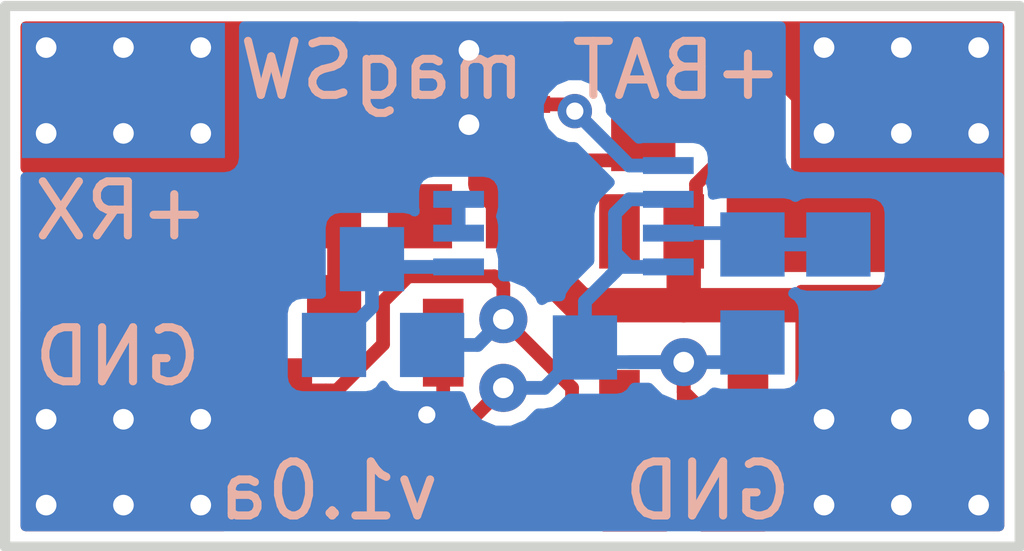
<source format=kicad_pcb>
(kicad_pcb (version 4) (host pcbnew 4.0.7)

  (general
    (links 72)
    (no_connects 0)
    (area 124.499181 109.707799 142.50082 119.644224)
    (thickness 1.6)
    (drawings 10)
    (tracks 125)
    (zones 0)
    (modules 23)
    (nets 15)
  )

  (page A4)
  (layers
    (0 F.Cu signal)
    (31 B.Cu signal)
    (32 B.Adhes user hide)
    (33 F.Adhes user hide)
    (34 B.Paste user hide)
    (35 F.Paste user hide)
    (36 B.SilkS user)
    (37 F.SilkS user)
    (38 B.Mask user hide)
    (39 F.Mask user hide)
    (40 Dwgs.User user hide)
    (41 Cmts.User user)
    (42 Eco1.User user hide)
    (43 Eco2.User user hide)
    (44 Edge.Cuts user)
    (45 Margin user)
    (46 B.CrtYd user)
    (47 F.CrtYd user hide)
    (48 B.Fab user hide)
    (49 F.Fab user hide)
  )

  (setup
    (last_trace_width 0.2032)
    (user_trace_width 0.1524)
    (user_trace_width 0.2032)
    (user_trace_width 0.254)
    (trace_clearance 0.2032)
    (zone_clearance 0.1524)
    (zone_45_only yes)
    (trace_min 0.1524)
    (segment_width 0.2)
    (edge_width 0.15)
    (via_size 0.7112)
    (via_drill 0.3048)
    (via_min_size 0.508)
    (via_min_drill 0.254)
    (uvia_size 0.7112)
    (uvia_drill 0.3048)
    (uvias_allowed no)
    (uvia_min_size 0.7112)
    (uvia_min_drill 0.3048)
    (pcb_text_width 0.3)
    (pcb_text_size 1.5 1.5)
    (mod_edge_width 0.15)
    (mod_text_size 1 1)
    (mod_text_width 0.15)
    (pad_size 0.25 0.75)
    (pad_drill 0)
    (pad_to_mask_clearance 0)
    (aux_axis_origin 126 118)
    (grid_origin 126.762 114.2535)
    (visible_elements 7FFEFF7F)
    (pcbplotparams
      (layerselection 0x00030_80000001)
      (usegerberextensions false)
      (excludeedgelayer true)
      (linewidth 0.100000)
      (plotframeref false)
      (viasonmask false)
      (mode 1)
      (useauxorigin false)
      (hpglpennumber 1)
      (hpglpenspeed 20)
      (hpglpendiameter 15)
      (hpglpenoverlay 2)
      (psnegative false)
      (psa4output false)
      (plotreference true)
      (plotvalue true)
      (plotinvisibletext false)
      (padsonsilk false)
      (subtractmaskfromsilk false)
      (outputformat 1)
      (mirror false)
      (drillshape 1)
      (scaleselection 1)
      (outputdirectory ""))
  )

  (net 0 "")
  (net 1 +3V3)
  (net 2 GND)
  (net 3 +BATT)
  (net 4 "Net-(C2-Pad2)")
  (net 5 "Net-(C4-Pad1)")
  (net 6 "Net-(C5-Pad1)")
  (net 7 "Net-(C6-Pad1)")
  (net 8 "Net-(C7-Pad1)")
  (net 9 "Net-(C7-Pad2)")
  (net 10 "Net-(R1-Pad2)")
  (net 11 "Net-(R3-Pad1)")
  (net 12 /EN)
  (net 13 "Net-(U4-Pad2)")
  (net 14 "Net-(D1-PadA)")

  (net_class Default "This is the default net class."
    (clearance 0.2032)
    (trace_width 0.2032)
    (via_dia 0.7112)
    (via_drill 0.3048)
    (uvia_dia 0.7112)
    (uvia_drill 0.3048)
    (add_net +3V3)
    (add_net +BATT)
    (add_net /EN)
    (add_net GND)
    (add_net "Net-(C2-Pad2)")
    (add_net "Net-(C4-Pad1)")
    (add_net "Net-(C5-Pad1)")
    (add_net "Net-(C6-Pad1)")
    (add_net "Net-(C7-Pad1)")
    (add_net "Net-(C7-Pad2)")
    (add_net "Net-(D1-PadA)")
    (add_net "Net-(R1-Pad2)")
    (add_net "Net-(R3-Pad1)")
    (add_net "Net-(U4-Pad2)")
  )

  (module TI_footprints:DBZ (layer F.Cu) (tedit 5AB76900) (tstamp 5AB6283F)
    (at 132.477 116.0315 90)
    (tags "DBZ0003A, SOT-23(3)")
    (path /5AB1176C)
    (attr smd)
    (fp_text reference U2 (at 0 0 90) (layer F.SilkS) hide
      (effects (font (size 0.8 0.8) (thickness 0.15)))
    )
    (fp_text value DRV5032ZE (at 0 0 90) (layer F.Fab)
      (effects (font (size 0.8 0.8) (thickness 0.15)))
    )
    (fp_line (start -1.905 1.778) (end -1.905 -1.778) (layer F.CrtYd) (width 0.05))
    (fp_line (start 1.016 1.778) (end -1.905 1.778) (layer F.CrtYd) (width 0.05))
    (fp_line (start 1.016 -1.778) (end 1.016 -0.762) (layer F.CrtYd) (width 0.05))
    (fp_line (start 1.016 0.762) (end 1.905 0.762) (layer F.CrtYd) (width 0.05))
    (fp_line (start -0.7 1.5) (end -0.7 -1.5) (layer F.Fab) (width 0.15))
    (fp_line (start 0.7 1.5) (end -0.7 1.5) (layer F.Fab) (width 0.15))
    (fp_line (start 0.7 -1.5) (end 0.7 1.5) (layer F.Fab) (width 0.15))
    (fp_line (start -0.7 -1.5) (end 0.7 -1.5) (layer F.Fab) (width 0.15))
    (fp_line (start 1.016 0.762) (end 1.016 1.778) (layer F.CrtYd) (width 0.05))
    (fp_line (start -1.905 -1.778) (end 1.016 -1.778) (layer F.CrtYd) (width 0.05))
    (fp_line (start 1.016 -0.762) (end 1.905 -0.762) (layer F.CrtYd) (width 0.05))
    (fp_line (start 1.905 0.762) (end 1.905 -0.762) (layer F.CrtYd) (width 0.05))
    (pad 1 smd rect (at -1.05 -0.95 180) (size 0.6 1.3) (layers F.Cu F.Paste F.Mask)
      (net 1 +3V3) (solder_mask_margin 0.07))
    (pad 3 smd rect (at 1.05 0 180) (size 0.6 1.3) (layers F.Cu F.Paste F.Mask)
      (net 2 GND) (solder_mask_margin 0.07))
    (pad 2 smd rect (at -1.05 0.95 180) (size 0.6 1.3) (layers F.Cu F.Paste F.Mask)
      (net 10 "Net-(R1-Pad2)") (solder_mask_margin 0.07))
    (model TO_SOT_Packages_SMD.3dshapes/SOT-23.wrl
      (at (xyz 0 0 0))
      (scale (xyz 1 1 1))
      (rotate (xyz 0 0 0))
    )
  )

  (module passives:R0603R (layer F.Cu) (tedit 5AB7693B) (tstamp 5AB6264D)
    (at 130.064 113.111)
    (path /5AB270BE)
    (fp_text reference R5 (at 0 0) (layer F.SilkS) hide
      (effects (font (size 1 1) (thickness 0.15)))
    )
    (fp_text value 500 (at 0 0) (layer F.Fab)
      (effects (font (size 1 1) (thickness 0.15)))
    )
    (fp_line (start -1.397 0.635) (end -1.397 -0.635) (layer F.CrtYd) (width 0.05))
    (fp_line (start 1.397 0.635) (end -1.397 0.635) (layer F.CrtYd) (width 0.05))
    (fp_line (start 1.397 -0.635) (end 1.397 0.635) (layer F.CrtYd) (width 0.05))
    (fp_line (start -1.397 -0.635) (end 1.397 -0.635) (layer F.CrtYd) (width 0.05))
    (fp_line (start -0.8 0.4) (end -0.8 -0.4) (layer F.Fab) (width 0.15))
    (fp_line (start 0.8 0.4) (end -0.8 0.4) (layer F.Fab) (width 0.15))
    (fp_line (start 0.8 -0.4) (end 0.8 0.4) (layer F.Fab) (width 0.15))
    (fp_line (start -0.8 -0.4) (end 0.8 -0.4) (layer F.Fab) (width 0.15))
    (pad 1 smd rect (at -0.725 0) (size 0.95 0.95) (layers F.Cu F.Paste F.Mask)
      (net 8 "Net-(C7-Pad1)") (solder_mask_margin 0.1))
    (pad 2 smd rect (at 0.725 0) (size 0.95 0.95) (layers F.Cu F.Paste F.Mask)
      (net 14 "Net-(D1-PadA)") (solder_mask_margin 0.1))
    (model Resistors_SMD.3dshapes/R_0603.wrl
      (at (xyz 0 0 0))
      (scale (xyz 1 1 1))
      (rotate (xyz 0 0 0))
    )
  )

  (module passives:R0603R (layer B.Cu) (tedit 5AB7691C) (tstamp 5AB62640)
    (at 137.049 114.2535 90)
    (path /5AB26159)
    (fp_text reference R4 (at 0 0 90) (layer B.SilkS) hide
      (effects (font (size 1 1) (thickness 0.15)) (justify mirror))
    )
    (fp_text value 47k (at 0 0 90) (layer B.Fab)
      (effects (font (size 1 1) (thickness 0.15)) (justify mirror))
    )
    (fp_line (start -1.397 -0.635) (end -1.397 0.635) (layer B.CrtYd) (width 0.05))
    (fp_line (start 1.397 -0.635) (end -1.397 -0.635) (layer B.CrtYd) (width 0.05))
    (fp_line (start 1.397 0.635) (end 1.397 -0.635) (layer B.CrtYd) (width 0.05))
    (fp_line (start -1.397 0.635) (end 1.397 0.635) (layer B.CrtYd) (width 0.05))
    (fp_line (start -0.8 -0.4) (end -0.8 0.4) (layer B.Fab) (width 0.15))
    (fp_line (start 0.8 -0.4) (end -0.8 -0.4) (layer B.Fab) (width 0.15))
    (fp_line (start 0.8 0.4) (end 0.8 -0.4) (layer B.Fab) (width 0.15))
    (fp_line (start -0.8 0.4) (end 0.8 0.4) (layer B.Fab) (width 0.15))
    (pad 1 smd rect (at -0.725 0 90) (size 0.95 0.95) (layers B.Cu B.Paste B.Mask)
      (net 1 +3V3) (solder_mask_margin 0.1))
    (pad 2 smd rect (at 0.725 0 90) (size 0.95 0.95) (layers B.Cu B.Paste B.Mask)
      (net 7 "Net-(C6-Pad1)") (solder_mask_margin 0.1))
    (model Resistors_SMD.3dshapes/R_0603.wrl
      (at (xyz 0 0 0))
      (scale (xyz 1 1 1))
      (rotate (xyz 0 0 0))
    )
  )

  (module passives:R0603R (layer F.Cu) (tedit 5AB768F1) (tstamp 5AB62633)
    (at 132.858 113.111)
    (path /5AB11B3C)
    (fp_text reference R3 (at 0 0) (layer F.SilkS) hide
      (effects (font (size 1 1) (thickness 0.15)))
    )
    (fp_text value 487 (at 0 0) (layer F.Fab)
      (effects (font (size 1 1) (thickness 0.15)))
    )
    (fp_line (start -1.397 0.635) (end -1.397 -0.635) (layer F.CrtYd) (width 0.05))
    (fp_line (start 1.397 0.635) (end -1.397 0.635) (layer F.CrtYd) (width 0.05))
    (fp_line (start 1.397 -0.635) (end 1.397 0.635) (layer F.CrtYd) (width 0.05))
    (fp_line (start -1.397 -0.635) (end 1.397 -0.635) (layer F.CrtYd) (width 0.05))
    (fp_line (start -0.8 0.4) (end -0.8 -0.4) (layer F.Fab) (width 0.15))
    (fp_line (start 0.8 0.4) (end -0.8 0.4) (layer F.Fab) (width 0.15))
    (fp_line (start 0.8 -0.4) (end 0.8 0.4) (layer F.Fab) (width 0.15))
    (fp_line (start -0.8 -0.4) (end 0.8 -0.4) (layer F.Fab) (width 0.15))
    (pad 1 smd rect (at -0.725 0) (size 0.95 0.95) (layers F.Cu F.Paste F.Mask)
      (net 11 "Net-(R3-Pad1)") (solder_mask_margin 0.1))
    (pad 2 smd rect (at 0.725 0) (size 0.95 0.95) (layers F.Cu F.Paste F.Mask)
      (net 2 GND) (solder_mask_margin 0.1))
    (model Resistors_SMD.3dshapes/R_0603.wrl
      (at (xyz 0 0 0))
      (scale (xyz 1 1 1))
      (rotate (xyz 0 0 0))
    )
  )

  (module passives:R0603R (layer B.Cu) (tedit 5AB76920) (tstamp 5AB62626)
    (at 131.588 115.0155)
    (path /5AB246C4)
    (fp_text reference R2 (at 0 0) (layer B.SilkS) hide
      (effects (font (size 1 1) (thickness 0.15)) (justify mirror))
    )
    (fp_text value 100k (at 0 0) (layer B.Fab)
      (effects (font (size 1 1) (thickness 0.15)) (justify mirror))
    )
    (fp_line (start -1.397 -0.635) (end -1.397 0.635) (layer B.CrtYd) (width 0.05))
    (fp_line (start 1.397 -0.635) (end -1.397 -0.635) (layer B.CrtYd) (width 0.05))
    (fp_line (start 1.397 0.635) (end 1.397 -0.635) (layer B.CrtYd) (width 0.05))
    (fp_line (start -1.397 0.635) (end 1.397 0.635) (layer B.CrtYd) (width 0.05))
    (fp_line (start -0.8 -0.4) (end -0.8 0.4) (layer B.Fab) (width 0.15))
    (fp_line (start 0.8 -0.4) (end -0.8 -0.4) (layer B.Fab) (width 0.15))
    (fp_line (start 0.8 0.4) (end 0.8 -0.4) (layer B.Fab) (width 0.15))
    (fp_line (start -0.8 0.4) (end 0.8 0.4) (layer B.Fab) (width 0.15))
    (pad 1 smd rect (at -0.725 0) (size 0.95 0.95) (layers B.Cu B.Paste B.Mask)
      (net 6 "Net-(C5-Pad1)") (solder_mask_margin 0.1))
    (pad 2 smd rect (at 0.725 0) (size 0.95 0.95) (layers B.Cu B.Paste B.Mask)
      (net 10 "Net-(R1-Pad2)") (solder_mask_margin 0.1))
    (model Resistors_SMD.3dshapes/R_0603.wrl
      (at (xyz 0 0 0))
      (scale (xyz 1 1 1))
      (rotate (xyz 0 0 0))
    )
  )

  (module passives:R0603R (layer F.Cu) (tedit 5AB76904) (tstamp 5AB62619)
    (at 130.064 116.413 90)
    (path /5AB22BF7)
    (fp_text reference R1 (at 0 0 90) (layer F.SilkS) hide
      (effects (font (size 1 1) (thickness 0.15)))
    )
    (fp_text value 10k (at 0 0 90) (layer F.Fab)
      (effects (font (size 1 1) (thickness 0.15)))
    )
    (fp_line (start -1.397 0.635) (end -1.397 -0.635) (layer F.CrtYd) (width 0.05))
    (fp_line (start 1.397 0.635) (end -1.397 0.635) (layer F.CrtYd) (width 0.05))
    (fp_line (start 1.397 -0.635) (end 1.397 0.635) (layer F.CrtYd) (width 0.05))
    (fp_line (start -1.397 -0.635) (end 1.397 -0.635) (layer F.CrtYd) (width 0.05))
    (fp_line (start -0.8 0.4) (end -0.8 -0.4) (layer F.Fab) (width 0.15))
    (fp_line (start 0.8 0.4) (end -0.8 0.4) (layer F.Fab) (width 0.15))
    (fp_line (start 0.8 -0.4) (end 0.8 0.4) (layer F.Fab) (width 0.15))
    (fp_line (start -0.8 -0.4) (end 0.8 -0.4) (layer F.Fab) (width 0.15))
    (pad 1 smd rect (at -0.725 0 90) (size 0.95 0.95) (layers F.Cu F.Paste F.Mask)
      (net 1 +3V3) (solder_mask_margin 0.1))
    (pad 2 smd rect (at 0.725 0 90) (size 0.95 0.95) (layers F.Cu F.Paste F.Mask)
      (net 10 "Net-(R1-Pad2)") (solder_mask_margin 0.1))
    (model Resistors_SMD.3dshapes/R_0603.wrl
      (at (xyz 0 0 0))
      (scale (xyz 1 1 1))
      (rotate (xyz 0 0 0))
    )
  )

  (module passives:D0603R (layer F.Cu) (tedit 5AB76937) (tstamp 5AB62618)
    (at 130.064 114.381 180)
    (path /5AB626FD)
    (fp_text reference D1 (at 0 0 180) (layer F.SilkS) hide
      (effects (font (size 1 1) (thickness 0.15)))
    )
    (fp_text value LED (at 0 0 180) (layer F.Fab)
      (effects (font (size 1 1) (thickness 0.15)))
    )
    (fp_line (start 0.254 -0.254) (end 0.254 0.254) (layer F.Fab) (width 0.05))
    (fp_line (start 0.254 0) (end -0.254 -0.254) (layer F.Fab) (width 0.05))
    (fp_line (start -0.254 0.254) (end 0.254 0) (layer F.Fab) (width 0.05))
    (fp_line (start -0.254 -0.254) (end -0.254 0.254) (layer F.Fab) (width 0.05))
    (fp_line (start -1.397 0.635) (end -1.397 -0.635) (layer F.CrtYd) (width 0.05))
    (fp_line (start 1.397 0.635) (end -1.397 0.635) (layer F.CrtYd) (width 0.05))
    (fp_line (start 1.397 -0.635) (end 1.397 0.635) (layer F.CrtYd) (width 0.05))
    (fp_line (start -1.397 -0.635) (end 1.397 -0.635) (layer F.CrtYd) (width 0.05))
    (fp_line (start -0.8 0.4) (end -0.8 -0.4) (layer F.Fab) (width 0.15))
    (fp_line (start 0.8 0.4) (end -0.8 0.4) (layer F.Fab) (width 0.15))
    (fp_line (start 0.8 -0.4) (end 0.8 0.4) (layer F.Fab) (width 0.15))
    (fp_line (start -0.8 -0.4) (end 0.8 -0.4) (layer F.Fab) (width 0.15))
    (pad A smd rect (at -0.8 0 180) (size 0.8 0.8) (layers F.Cu F.Paste F.Mask)
      (net 14 "Net-(D1-PadA)") (solder_mask_margin 0.1))
    (pad K smd rect (at 0.8 0 180) (size 0.8 0.8) (layers F.Cu F.Paste F.Mask)
      (net 2 GND) (solder_mask_margin 0.1))
    (model LEDs.3dshapes/LED_0603.wrl
      (at (xyz 0 0 0))
      (scale (xyz 1 1 1))
      (rotate (xyz 0 0 0))
    )
  )

  (module passives:C0603R (layer B.Cu) (tedit 5AB76915) (tstamp 5AB625FA)
    (at 134.5725 115.7775 270)
    (path /5AB2478A)
    (fp_text reference C9 (at 0 0 270) (layer B.SilkS) hide
      (effects (font (size 1 1) (thickness 0.15)) (justify mirror))
    )
    (fp_text value 100n (at 0 0 270) (layer B.Fab)
      (effects (font (size 1 1) (thickness 0.15)) (justify mirror))
    )
    (fp_line (start -1.397 -0.635) (end -1.397 0.635) (layer B.CrtYd) (width 0.05))
    (fp_line (start 1.397 -0.635) (end -1.397 -0.635) (layer B.CrtYd) (width 0.05))
    (fp_line (start 1.397 0.635) (end 1.397 -0.635) (layer B.CrtYd) (width 0.05))
    (fp_line (start -1.397 0.635) (end 1.397 0.635) (layer B.CrtYd) (width 0.05))
    (fp_line (start -0.8 -0.4) (end -0.8 0.4) (layer B.Fab) (width 0.15))
    (fp_line (start 0.8 -0.4) (end -0.8 -0.4) (layer B.Fab) (width 0.15))
    (fp_line (start 0.8 0.4) (end 0.8 -0.4) (layer B.Fab) (width 0.15))
    (fp_line (start -0.8 0.4) (end 0.8 0.4) (layer B.Fab) (width 0.15))
    (pad 1 smd rect (at -0.725 0 270) (size 0.95 0.95) (layers B.Cu B.Paste B.Mask)
      (net 1 +3V3) (solder_mask_margin 0.1))
    (pad 2 smd rect (at 0.725 0 270) (size 0.95 0.95) (layers B.Cu B.Paste B.Mask)
      (net 2 GND) (solder_mask_margin 0.1))
    (model Capacitors_SMD.3dshapes/C_0603.wrl
      (at (xyz 0 0 0))
      (scale (xyz 1 1 1))
      (rotate (xyz 0 0 0))
    )
  )

  (module passives:C0603R (layer F.Cu) (tedit 5AB768FA) (tstamp 5AB625ED)
    (at 126.762 114.2535 270)
    (path /5AB36D10)
    (fp_text reference C8 (at 0 0 270) (layer F.SilkS) hide
      (effects (font (size 1 1) (thickness 0.15)))
    )
    (fp_text value 10u (at 0 0 270) (layer F.Fab)
      (effects (font (size 1 1) (thickness 0.15)))
    )
    (fp_line (start -1.397 0.635) (end -1.397 -0.635) (layer F.CrtYd) (width 0.05))
    (fp_line (start 1.397 0.635) (end -1.397 0.635) (layer F.CrtYd) (width 0.05))
    (fp_line (start 1.397 -0.635) (end 1.397 0.635) (layer F.CrtYd) (width 0.05))
    (fp_line (start -1.397 -0.635) (end 1.397 -0.635) (layer F.CrtYd) (width 0.05))
    (fp_line (start -0.8 0.4) (end -0.8 -0.4) (layer F.Fab) (width 0.15))
    (fp_line (start 0.8 0.4) (end -0.8 0.4) (layer F.Fab) (width 0.15))
    (fp_line (start 0.8 -0.4) (end 0.8 0.4) (layer F.Fab) (width 0.15))
    (fp_line (start -0.8 -0.4) (end 0.8 -0.4) (layer F.Fab) (width 0.15))
    (pad 1 smd rect (at -0.725 0 270) (size 0.95 0.95) (layers F.Cu F.Paste F.Mask)
      (net 9 "Net-(C7-Pad2)") (solder_mask_margin 0.1))
    (pad 2 smd rect (at 0.725 0 270) (size 0.95 0.95) (layers F.Cu F.Paste F.Mask)
      (net 2 GND) (solder_mask_margin 0.1))
    (model Capacitors_SMD.3dshapes/C_0603.wrl
      (at (xyz 0 0 0))
      (scale (xyz 1 1 1))
      (rotate (xyz 0 0 0))
    )
  )

  (module passives:C0603R (layer F.Cu) (tedit 5AB768F5) (tstamp 5AB625E0)
    (at 128.032 113.8725 270)
    (path /5AB36C7A)
    (fp_text reference C7 (at 0 0 270) (layer F.SilkS) hide
      (effects (font (size 1 1) (thickness 0.15)))
    )
    (fp_text value 10u (at 0 0 270) (layer F.Fab)
      (effects (font (size 1 1) (thickness 0.15)))
    )
    (fp_line (start -1.397 0.635) (end -1.397 -0.635) (layer F.CrtYd) (width 0.05))
    (fp_line (start 1.397 0.635) (end -1.397 0.635) (layer F.CrtYd) (width 0.05))
    (fp_line (start 1.397 -0.635) (end 1.397 0.635) (layer F.CrtYd) (width 0.05))
    (fp_line (start -1.397 -0.635) (end 1.397 -0.635) (layer F.CrtYd) (width 0.05))
    (fp_line (start -0.8 0.4) (end -0.8 -0.4) (layer F.Fab) (width 0.15))
    (fp_line (start 0.8 0.4) (end -0.8 0.4) (layer F.Fab) (width 0.15))
    (fp_line (start 0.8 -0.4) (end 0.8 0.4) (layer F.Fab) (width 0.15))
    (fp_line (start -0.8 -0.4) (end 0.8 -0.4) (layer F.Fab) (width 0.15))
    (pad 1 smd rect (at -0.725 0 270) (size 0.95 0.95) (layers F.Cu F.Paste F.Mask)
      (net 8 "Net-(C7-Pad1)") (solder_mask_margin 0.1))
    (pad 2 smd rect (at 0.725 0 270) (size 0.95 0.95) (layers F.Cu F.Paste F.Mask)
      (net 9 "Net-(C7-Pad2)") (solder_mask_margin 0.1))
    (model Capacitors_SMD.3dshapes/C_0603.wrl
      (at (xyz 0 0 0))
      (scale (xyz 1 1 1))
      (rotate (xyz 0 0 0))
    )
  )

  (module passives:C0603R (layer B.Cu) (tedit 5AB7692B) (tstamp 5AB625D3)
    (at 138.319 114.2535 270)
    (path /5AB25FC3)
    (fp_text reference C6 (at 0 0 270) (layer B.SilkS) hide
      (effects (font (size 1 1) (thickness 0.15)) (justify mirror))
    )
    (fp_text value 100n (at 0 0 270) (layer B.Fab)
      (effects (font (size 1 1) (thickness 0.15)) (justify mirror))
    )
    (fp_line (start -1.397 -0.635) (end -1.397 0.635) (layer B.CrtYd) (width 0.05))
    (fp_line (start 1.397 -0.635) (end -1.397 -0.635) (layer B.CrtYd) (width 0.05))
    (fp_line (start 1.397 0.635) (end 1.397 -0.635) (layer B.CrtYd) (width 0.05))
    (fp_line (start -1.397 0.635) (end 1.397 0.635) (layer B.CrtYd) (width 0.05))
    (fp_line (start -0.8 -0.4) (end -0.8 0.4) (layer B.Fab) (width 0.15))
    (fp_line (start 0.8 -0.4) (end -0.8 -0.4) (layer B.Fab) (width 0.15))
    (fp_line (start 0.8 0.4) (end 0.8 -0.4) (layer B.Fab) (width 0.15))
    (fp_line (start -0.8 0.4) (end 0.8 0.4) (layer B.Fab) (width 0.15))
    (pad 1 smd rect (at -0.725 0 270) (size 0.95 0.95) (layers B.Cu B.Paste B.Mask)
      (net 7 "Net-(C6-Pad1)") (solder_mask_margin 0.1))
    (pad 2 smd rect (at 0.725 0 270) (size 0.95 0.95) (layers B.Cu B.Paste B.Mask)
      (net 2 GND) (solder_mask_margin 0.1))
    (model Capacitors_SMD.3dshapes/C_0603.wrl
      (at (xyz 0 0 0))
      (scale (xyz 1 1 1))
      (rotate (xyz 0 0 0))
    )
  )

  (module passives:C0603R (layer B.Cu) (tedit 5AB76934) (tstamp 5AB625C6)
    (at 130.699 113.7455 180)
    (path /5AB25A97)
    (fp_text reference C5 (at 0 0 180) (layer B.SilkS) hide
      (effects (font (size 1 1) (thickness 0.15)) (justify mirror))
    )
    (fp_text value 100n (at 0 0 180) (layer B.Fab)
      (effects (font (size 1 1) (thickness 0.15)) (justify mirror))
    )
    (fp_line (start -1.397 -0.635) (end -1.397 0.635) (layer B.CrtYd) (width 0.05))
    (fp_line (start 1.397 -0.635) (end -1.397 -0.635) (layer B.CrtYd) (width 0.05))
    (fp_line (start 1.397 0.635) (end 1.397 -0.635) (layer B.CrtYd) (width 0.05))
    (fp_line (start -1.397 0.635) (end 1.397 0.635) (layer B.CrtYd) (width 0.05))
    (fp_line (start -0.8 -0.4) (end -0.8 0.4) (layer B.Fab) (width 0.15))
    (fp_line (start 0.8 -0.4) (end -0.8 -0.4) (layer B.Fab) (width 0.15))
    (fp_line (start 0.8 0.4) (end 0.8 -0.4) (layer B.Fab) (width 0.15))
    (fp_line (start -0.8 0.4) (end 0.8 0.4) (layer B.Fab) (width 0.15))
    (pad 1 smd rect (at -0.725 0 180) (size 0.95 0.95) (layers B.Cu B.Paste B.Mask)
      (net 6 "Net-(C5-Pad1)") (solder_mask_margin 0.1))
    (pad 2 smd rect (at 0.725 0 180) (size 0.95 0.95) (layers B.Cu B.Paste B.Mask)
      (net 2 GND) (solder_mask_margin 0.1))
    (model Capacitors_SMD.3dshapes/C_0603.wrl
      (at (xyz 0 0 0))
      (scale (xyz 1 1 1))
      (rotate (xyz 0 0 0))
    )
  )

  (module passives:C0603R (layer F.Cu) (tedit 5AB76941) (tstamp 5AB625B9)
    (at 136.16 111.968)
    (path /5AB18EAA)
    (fp_text reference C4 (at 0 0) (layer F.SilkS) hide
      (effects (font (size 1 1) (thickness 0.15)))
    )
    (fp_text value 3.3n (at 0 0) (layer F.Fab)
      (effects (font (size 1 1) (thickness 0.15)))
    )
    (fp_line (start -1.397 0.635) (end -1.397 -0.635) (layer F.CrtYd) (width 0.05))
    (fp_line (start 1.397 0.635) (end -1.397 0.635) (layer F.CrtYd) (width 0.05))
    (fp_line (start 1.397 -0.635) (end 1.397 0.635) (layer F.CrtYd) (width 0.05))
    (fp_line (start -1.397 -0.635) (end 1.397 -0.635) (layer F.CrtYd) (width 0.05))
    (fp_line (start -0.8 0.4) (end -0.8 -0.4) (layer F.Fab) (width 0.15))
    (fp_line (start 0.8 0.4) (end -0.8 0.4) (layer F.Fab) (width 0.15))
    (fp_line (start 0.8 -0.4) (end 0.8 0.4) (layer F.Fab) (width 0.15))
    (fp_line (start -0.8 -0.4) (end 0.8 -0.4) (layer F.Fab) (width 0.15))
    (pad 1 smd rect (at -0.725 0) (size 0.95 0.95) (layers F.Cu F.Paste F.Mask)
      (net 5 "Net-(C4-Pad1)") (solder_mask_margin 0.1))
    (pad 2 smd rect (at 0.725 0) (size 0.95 0.95) (layers F.Cu F.Paste F.Mask)
      (net 2 GND) (solder_mask_margin 0.1))
    (model Capacitors_SMD.3dshapes/C_0603.wrl
      (at (xyz 0 0 0))
      (scale (xyz 1 1 1))
      (rotate (xyz 0 0 0))
    )
  )

  (module passives:C0603R (layer F.Cu) (tedit 5AB76953) (tstamp 5AB625AC)
    (at 139.335 114.635 180)
    (path /5AB36C17)
    (fp_text reference C3 (at 0 0 180) (layer F.SilkS) hide
      (effects (font (size 1 1) (thickness 0.15)))
    )
    (fp_text value 10u (at 0 0 180) (layer F.Fab)
      (effects (font (size 1 1) (thickness 0.15)))
    )
    (fp_line (start -1.397 0.635) (end -1.397 -0.635) (layer F.CrtYd) (width 0.05))
    (fp_line (start 1.397 0.635) (end -1.397 0.635) (layer F.CrtYd) (width 0.05))
    (fp_line (start 1.397 -0.635) (end 1.397 0.635) (layer F.CrtYd) (width 0.05))
    (fp_line (start -1.397 -0.635) (end 1.397 -0.635) (layer F.CrtYd) (width 0.05))
    (fp_line (start -0.8 0.4) (end -0.8 -0.4) (layer F.Fab) (width 0.15))
    (fp_line (start 0.8 0.4) (end -0.8 0.4) (layer F.Fab) (width 0.15))
    (fp_line (start 0.8 -0.4) (end 0.8 0.4) (layer F.Fab) (width 0.15))
    (fp_line (start -0.8 -0.4) (end 0.8 -0.4) (layer F.Fab) (width 0.15))
    (pad 1 smd rect (at -0.725 0 180) (size 0.95 0.95) (layers F.Cu F.Paste F.Mask)
      (net 4 "Net-(C2-Pad2)") (solder_mask_margin 0.1))
    (pad 2 smd rect (at 0.725 0 180) (size 0.95 0.95) (layers F.Cu F.Paste F.Mask)
      (net 2 GND) (solder_mask_margin 0.1))
    (model Capacitors_SMD.3dshapes/C_0603.wrl
      (at (xyz 0 0 0))
      (scale (xyz 1 1 1))
      (rotate (xyz 0 0 0))
    )
  )

  (module passives:C0603R (layer F.Cu) (tedit 5AB7694F) (tstamp 5AB6259F)
    (at 139.335 113.365)
    (path /5AB1A22D)
    (fp_text reference C2 (at 0 0) (layer F.SilkS) hide
      (effects (font (size 1 1) (thickness 0.15)))
    )
    (fp_text value 10u (at 0 0) (layer F.Fab)
      (effects (font (size 1 1) (thickness 0.15)))
    )
    (fp_line (start -1.397 0.635) (end -1.397 -0.635) (layer F.CrtYd) (width 0.05))
    (fp_line (start 1.397 0.635) (end -1.397 0.635) (layer F.CrtYd) (width 0.05))
    (fp_line (start 1.397 -0.635) (end 1.397 0.635) (layer F.CrtYd) (width 0.05))
    (fp_line (start -1.397 -0.635) (end 1.397 -0.635) (layer F.CrtYd) (width 0.05))
    (fp_line (start -0.8 0.4) (end -0.8 -0.4) (layer F.Fab) (width 0.15))
    (fp_line (start 0.8 0.4) (end -0.8 0.4) (layer F.Fab) (width 0.15))
    (fp_line (start 0.8 -0.4) (end 0.8 0.4) (layer F.Fab) (width 0.15))
    (fp_line (start -0.8 -0.4) (end 0.8 -0.4) (layer F.Fab) (width 0.15))
    (pad 1 smd rect (at -0.725 0) (size 0.95 0.95) (layers F.Cu F.Paste F.Mask)
      (net 3 +BATT) (solder_mask_margin 0.1))
    (pad 2 smd rect (at 0.725 0) (size 0.95 0.95) (layers F.Cu F.Paste F.Mask)
      (net 4 "Net-(C2-Pad2)") (solder_mask_margin 0.1))
    (model Capacitors_SMD.3dshapes/C_0603.wrl
      (at (xyz 0 0 0))
      (scale (xyz 1 1 1))
      (rotate (xyz 0 0 0))
    )
  )

  (module passives:C0603R (layer F.Cu) (tedit 5AB76910) (tstamp 5AB62592)
    (at 136.033 117.302)
    (path /5AB16A3E)
    (fp_text reference C1 (at 0 0) (layer F.SilkS) hide
      (effects (font (size 1 1) (thickness 0.15)))
    )
    (fp_text value 4.7uF (at 0 0) (layer F.Fab)
      (effects (font (size 1 1) (thickness 0.15)))
    )
    (fp_line (start -1.397 0.635) (end -1.397 -0.635) (layer F.CrtYd) (width 0.05))
    (fp_line (start 1.397 0.635) (end -1.397 0.635) (layer F.CrtYd) (width 0.05))
    (fp_line (start 1.397 -0.635) (end 1.397 0.635) (layer F.CrtYd) (width 0.05))
    (fp_line (start -1.397 -0.635) (end 1.397 -0.635) (layer F.CrtYd) (width 0.05))
    (fp_line (start -0.8 0.4) (end -0.8 -0.4) (layer F.Fab) (width 0.15))
    (fp_line (start 0.8 0.4) (end -0.8 0.4) (layer F.Fab) (width 0.15))
    (fp_line (start 0.8 -0.4) (end 0.8 0.4) (layer F.Fab) (width 0.15))
    (fp_line (start -0.8 -0.4) (end 0.8 -0.4) (layer F.Fab) (width 0.15))
    (pad 1 smd rect (at -0.725 0) (size 0.95 0.95) (layers F.Cu F.Paste F.Mask)
      (net 1 +3V3) (solder_mask_margin 0.1))
    (pad 2 smd rect (at 0.725 0) (size 0.95 0.95) (layers F.Cu F.Paste F.Mask)
      (net 2 GND) (solder_mask_margin 0.1))
    (model Capacitors_SMD.3dshapes/C_0603.wrl
      (at (xyz 0 0 0))
      (scale (xyz 1 1 1))
      (rotate (xyz 0 0 0))
    )
  )

  (module TI_footprints:DBV (layer F.Cu) (tedit 5AB76918) (tstamp 5AB62837)
    (at 136.033 114.635 270)
    (tags "DBV0005A, SOT-23(5)")
    (path /5AB51B36)
    (attr smd)
    (fp_text reference U1 (at 0 0 270) (layer F.SilkS) hide
      (effects (font (size 0.8 0.8) (thickness 0.15)))
    )
    (fp_text value TPS709xxDBV (at 0 0 270) (layer F.Fab)
      (effects (font (size 0.8 0.8) (thickness 0.15)))
    )
    (fp_line (start -2.032 1.778) (end -2.032 -1.778) (layer F.CrtYd) (width 0.05))
    (fp_line (start 2.032 1.778) (end -2.032 1.778) (layer F.CrtYd) (width 0.05))
    (fp_line (start 2.032 -1.778) (end 2.032 1.778) (layer F.CrtYd) (width 0.05))
    (fp_line (start -2.032 -1.778) (end 2.032 -1.778) (layer F.CrtYd) (width 0.05))
    (fp_line (start -0.85 1.65) (end -0.85 -1.65) (layer F.Fab) (width 0.15))
    (fp_line (start 0.85 1.65) (end -0.85 1.65) (layer F.Fab) (width 0.15))
    (fp_line (start 0.85 -1.65) (end 0.85 1.65) (layer F.Fab) (width 0.15))
    (fp_line (start -0.85 -1.65) (end 0.85 -1.65) (layer F.Fab) (width 0.15))
    (pad 1 smd rect (at -1.3 -0.95) (size 0.6 1.1) (layers F.Cu F.Paste F.Mask)
      (net 3 +BATT) (solder_mask_margin 0.07))
    (pad 5 smd rect (at 1.3 -0.95) (size 0.6 1.1) (layers F.Cu F.Paste F.Mask)
      (net 1 +3V3) (solder_mask_margin 0.07))
    (pad 2 smd rect (at -1.3 0) (size 0.6 1.1) (layers F.Cu F.Paste F.Mask)
      (net 2 GND) (solder_mask_margin 0.07))
    (pad 3 smd rect (at -1.3 0.95) (size 0.6 1.1) (layers F.Cu F.Paste F.Mask)
      (solder_mask_margin 0.07))
    (pad 4 smd rect (at 1.3 0.95) (size 0.6 1.1) (layers F.Cu F.Paste F.Mask)
      (solder_mask_margin 0.07))
    (model TO_SOT_Packages_SMD.3dshapes/SOT-23-5.wrl
      (at (xyz 0 0 0))
      (scale (xyz 1 1 1))
      (rotate (xyz 0 0 0))
    )
  )

  (module TI_footprints:DSG (layer F.Cu) (tedit 5AB76946) (tstamp 5AB62845)
    (at 132.858 111.206 180)
    (tags "DSG0008A, WSON(8)")
    (path /5AB18BE1)
    (fp_text reference U3 (at 0 0 180) (layer F.SilkS) hide
      (effects (font (size 1 1) (thickness 0.15)))
    )
    (fp_text value TPS259571DSG (at 0 0 180) (layer F.Fab)
      (effects (font (size 1 1) (thickness 0.15)))
    )
    (fp_circle (center -0.7 -0.75) (end -0.7 -0.8) (layer F.Fab) (width 0.15))
    (fp_line (start -1.397 1.27) (end -1.397 -1.27) (layer F.CrtYd) (width 0.05))
    (fp_line (start 1.397 1.27) (end -1.397 1.27) (layer F.CrtYd) (width 0.05))
    (fp_line (start 1.397 -1.27) (end 1.397 1.27) (layer F.CrtYd) (width 0.05))
    (fp_line (start -1.397 -1.27) (end 1.397 -1.27) (layer F.CrtYd) (width 0.05))
    (fp_line (start -0.95 1.05) (end -0.95 -1.05) (layer F.Fab) (width 0.15))
    (fp_line (start 0.95 1.05) (end -0.95 1.05) (layer F.Fab) (width 0.15))
    (fp_line (start 0.95 -1.05) (end 0.95 1.05) (layer F.Fab) (width 0.15))
    (fp_line (start -0.95 -1.05) (end 0.95 -1.05) (layer F.Fab) (width 0.15))
    (pad 1 smd rect (at -0.95 -0.75 180) (size 0.5 0.25) (layers F.Cu F.Paste F.Mask)
      (net 5 "Net-(C4-Pad1)") (solder_mask_margin 0.07))
    (pad 2 smd rect (at -0.95 -0.25 180) (size 0.5 0.25) (layers F.Cu F.Paste F.Mask)
      (net 12 /EN) (solder_mask_margin 0.07))
    (pad 3 smd rect (at -0.95 0.25 180) (size 0.5 0.25) (layers F.Cu F.Paste F.Mask)
      (net 3 +BATT) (solder_mask_margin 0.07))
    (pad 4 smd rect (at -0.95 0.75 180) (size 0.5 0.25) (layers F.Cu F.Paste F.Mask)
      (net 3 +BATT) (solder_mask_margin 0.07))
    (pad 8 smd rect (at 0.95 -0.75 180) (size 0.5 0.25) (layers F.Cu F.Paste F.Mask)
      (net 2 GND) (solder_mask_margin 0.07))
    (pad 7 smd rect (at 0.95 -0.25 180) (size 0.5 0.25) (layers F.Cu F.Paste F.Mask)
      (net 11 "Net-(R3-Pad1)") (solder_mask_margin 0.07))
    (pad 6 smd rect (at 0.95 0.25 180) (size 0.5 0.25) (layers F.Cu F.Paste F.Mask)
      (solder_mask_margin 0.07))
    (pad 5 smd rect (at 0.95 0.75 180) (size 0.5 0.25) (layers F.Cu F.Paste F.Mask)
      (net 8 "Net-(C7-Pad1)") (solder_mask_margin 0.07))
    (pad 9 smd rect (at 0 0 180) (size 0.9 1.6) (layers F.Cu F.Paste F.Mask)
      (net 2 GND) (solder_mask_margin 0.07))
    (pad 9 thru_hole circle (at 0 -0.55 270) (size 0.3048 0.3048) (drill 0.3048) (layers *.Cu *.Mask)
      (net 2 GND))
    (pad 9 thru_hole circle (at 0 0.55 270) (size 0.3048 0.3048) (drill 0.3048) (layers *.Cu *.Mask)
      (net 2 GND))
    (model Housings_SON.3dshapes/X2SON-8_1.4x1mm_Pitch0.35mm.wrl
      (at (xyz 0 0 0))
      (scale (xyz 1 1 1))
      (rotate (xyz 0 0 0))
    )
  )

  (module TI_footprints:DCU (layer B.Cu) (tedit 5AB8F8B8) (tstamp 5AB62853)
    (at 134.255 113.1105)
    (tags "S-PDSO-G8, VSSOP(8)")
    (path /5AB2568C)
    (fp_text reference U4 (at 0 0) (layer B.SilkS) hide
      (effects (font (size 1 1) (thickness 0.15)) (justify mirror))
    )
    (fp_text value SN74AUP1G74DCUR (at 0 0) (layer B.Fab)
      (effects (font (size 1 1) (thickness 0.15)) (justify mirror))
    )
    (fp_line (start -2.159 -1.27) (end -2.159 1.27) (layer B.CrtYd) (width 0.05))
    (fp_line (start 2.159 -1.27) (end -2.159 -1.27) (layer B.CrtYd) (width 0.05))
    (fp_line (start 2.159 1.27) (end 2.159 -1.27) (layer B.CrtYd) (width 0.05))
    (fp_line (start -2.159 1.27) (end 2.159 1.27) (layer B.CrtYd) (width 0.05))
    (fp_circle (center -0.9 0.75) (end -0.85 0.75) (layer B.Fab) (width 0.15))
    (fp_line (start -1.2 -1.05) (end -1.2 1.05) (layer B.Fab) (width 0.15))
    (fp_line (start 1.2 -1.05) (end -1.2 -1.05) (layer B.Fab) (width 0.15))
    (fp_line (start 1.2 1.05) (end 1.2 -1.05) (layer B.Fab) (width 0.15))
    (fp_line (start -1.2 1.05) (end 1.2 1.05) (layer B.Fab) (width 0.15))
    (pad 1 smd rect (at -1.55 0.75 270) (size 0.25 0.75) (layers B.Cu B.Paste B.Mask)
      (net 6 "Net-(C5-Pad1)") (solder_mask_margin 0.05))
    (pad 8 smd rect (at 1.55 0.75 270) (size 0.25 0.75) (layers B.Cu B.Paste B.Mask)
      (net 1 +3V3) (solder_mask_margin 0.05))
    (pad 2 smd rect (at -1.55 0.25 270) (size 0.25 0.75) (layers B.Cu B.Paste B.Mask)
      (net 13 "Net-(U4-Pad2)") (solder_mask_margin 0.05))
    (pad 7 smd rect (at 1.55 0.25 270) (size 0.25 0.75) (layers B.Cu B.Paste B.Mask)
      (net 7 "Net-(C6-Pad1)") (solder_mask_margin 0.05))
    (pad 3 smd rect (at -1.55 -0.25 270) (size 0.25 0.75) (layers B.Cu B.Paste B.Mask)
      (net 13 "Net-(U4-Pad2)") (solder_mask_margin 0.05))
    (pad 6 smd rect (at 1.55 -0.25 270) (size 0.25 0.75) (layers B.Cu B.Paste B.Mask)
      (net 1 +3V3) (solder_mask_margin 0.05))
    (pad 4 smd rect (at -1.55 -0.75 270) (size 0.25 0.75) (layers B.Cu B.Paste B.Mask)
      (net 2 GND) (solder_mask_margin 0.05))
    (pad 5 smd rect (at 1.55 -0.75 270) (size 0.25 0.75) (layers B.Cu B.Paste B.Mask)
      (net 12 /EN) (solder_mask_margin 0.05))
    (model Housings_SSOP.3dshapes/VSSOP-8_2.3x2mm_Pitch0.5mm.wrl
      (at (xyz 0 0 0))
      (scale (xyz 1 1 1))
      (rotate (xyz 0 0 0))
    )
  )

  (module misc:SMD_PAD_2x3mm_plated (layer F.Cu) (tedit 5AB7694B) (tstamp 5AB63DDE)
    (at 139.25 111.25)
    (path /5AB1A416)
    (fp_text reference J1 (at 0 0) (layer F.SilkS) hide
      (effects (font (size 1 1) (thickness 0.15)))
    )
    (fp_text value TEST_1P (at 0 0) (layer F.Fab)
      (effects (font (size 1 1) (thickness 0.15)))
    )
    (pad 1 smd rect (at 0 0) (size 3 2) (layers F.Cu F.Paste F.Mask)
      (net 3 +BATT))
    (pad 1 thru_hole circle (at -1.143 -0.635) (size 0.7112 0.7112) (drill 0.3048) (layers *.Cu *.Mask)
      (net 3 +BATT))
    (pad 1 thru_hole circle (at 0 -0.635) (size 0.7112 0.7112) (drill 0.3048) (layers *.Cu *.Mask)
      (net 3 +BATT))
    (pad 1 thru_hole circle (at 1.143 -0.635) (size 0.7112 0.7112) (drill 0.3048) (layers *.Cu *.Mask)
      (net 3 +BATT))
    (pad 1 thru_hole circle (at -1.143 0.635) (size 0.7112 0.7112) (drill 0.3048) (layers *.Cu *.Mask)
      (net 3 +BATT))
    (pad 1 thru_hole circle (at 0 0.635) (size 0.7112 0.7112) (drill 0.3048) (layers *.Cu *.Mask)
      (net 3 +BATT))
    (pad 1 thru_hole circle (at 1.143 0.635) (size 0.7112 0.7112) (drill 0.3048) (layers *.Cu *.Mask)
      (net 3 +BATT))
    (pad 1 smd rect (at 0 0) (size 3 2) (layers B.Cu B.Paste B.Mask)
      (net 3 +BATT))
  )

  (module misc:SMD_PAD_2x3mm_plated (layer F.Cu) (tedit 5AB76956) (tstamp 5AB63DE9)
    (at 139.25 116.75)
    (path /5AB1A669)
    (fp_text reference J2 (at 0 0) (layer F.SilkS) hide
      (effects (font (size 1 1) (thickness 0.15)))
    )
    (fp_text value TEST_1P (at 0 0) (layer F.Fab)
      (effects (font (size 1 1) (thickness 0.15)))
    )
    (pad 1 smd rect (at 0 0) (size 3 2) (layers F.Cu F.Paste F.Mask)
      (net 2 GND))
    (pad 1 thru_hole circle (at -1.143 -0.635) (size 0.7112 0.7112) (drill 0.3048) (layers *.Cu *.Mask)
      (net 2 GND))
    (pad 1 thru_hole circle (at 0 -0.635) (size 0.7112 0.7112) (drill 0.3048) (layers *.Cu *.Mask)
      (net 2 GND))
    (pad 1 thru_hole circle (at 1.143 -0.635) (size 0.7112 0.7112) (drill 0.3048) (layers *.Cu *.Mask)
      (net 2 GND))
    (pad 1 thru_hole circle (at -1.143 0.635) (size 0.7112 0.7112) (drill 0.3048) (layers *.Cu *.Mask)
      (net 2 GND))
    (pad 1 thru_hole circle (at 0 0.635) (size 0.7112 0.7112) (drill 0.3048) (layers *.Cu *.Mask)
      (net 2 GND))
    (pad 1 thru_hole circle (at 1.143 0.635) (size 0.7112 0.7112) (drill 0.3048) (layers *.Cu *.Mask)
      (net 2 GND))
    (pad 1 smd rect (at 0 0) (size 3 2) (layers B.Cu B.Paste B.Mask)
      (net 2 GND))
  )

  (module misc:SMD_PAD_2x3mm_plated (layer F.Cu) (tedit 5AB768E5) (tstamp 5AB63DF4)
    (at 127.75 111.25)
    (path /5AB1A890)
    (fp_text reference J3 (at 0 0) (layer F.SilkS) hide
      (effects (font (size 1 1) (thickness 0.15)))
    )
    (fp_text value TEST_1P (at 0 0) (layer F.Fab)
      (effects (font (size 1 1) (thickness 0.15)))
    )
    (pad 1 smd rect (at 0 0) (size 3 2) (layers F.Cu F.Paste F.Mask)
      (net 8 "Net-(C7-Pad1)"))
    (pad 1 thru_hole circle (at -1.143 -0.635) (size 0.7112 0.7112) (drill 0.3048) (layers *.Cu *.Mask)
      (net 8 "Net-(C7-Pad1)"))
    (pad 1 thru_hole circle (at 0 -0.635) (size 0.7112 0.7112) (drill 0.3048) (layers *.Cu *.Mask)
      (net 8 "Net-(C7-Pad1)"))
    (pad 1 thru_hole circle (at 1.143 -0.635) (size 0.7112 0.7112) (drill 0.3048) (layers *.Cu *.Mask)
      (net 8 "Net-(C7-Pad1)"))
    (pad 1 thru_hole circle (at -1.143 0.635) (size 0.7112 0.7112) (drill 0.3048) (layers *.Cu *.Mask)
      (net 8 "Net-(C7-Pad1)"))
    (pad 1 thru_hole circle (at 0 0.635) (size 0.7112 0.7112) (drill 0.3048) (layers *.Cu *.Mask)
      (net 8 "Net-(C7-Pad1)"))
    (pad 1 thru_hole circle (at 1.143 0.635) (size 0.7112 0.7112) (drill 0.3048) (layers *.Cu *.Mask)
      (net 8 "Net-(C7-Pad1)"))
    (pad 1 smd rect (at 0 0) (size 3 2) (layers B.Cu B.Paste B.Mask)
      (net 8 "Net-(C7-Pad1)"))
  )

  (module misc:SMD_PAD_2x3mm_plated (layer F.Cu) (tedit 5AB7690A) (tstamp 5AB63DFF)
    (at 127.75 116.75)
    (path /5AB1A973)
    (fp_text reference J4 (at 0 0) (layer F.SilkS) hide
      (effects (font (size 1 1) (thickness 0.15)))
    )
    (fp_text value TEST_1P (at 0 0) (layer F.Fab)
      (effects (font (size 1 1) (thickness 0.15)))
    )
    (pad 1 smd rect (at 0 0) (size 3 2) (layers F.Cu F.Paste F.Mask)
      (net 2 GND))
    (pad 1 thru_hole circle (at -1.143 -0.635) (size 0.7112 0.7112) (drill 0.3048) (layers *.Cu *.Mask)
      (net 2 GND))
    (pad 1 thru_hole circle (at 0 -0.635) (size 0.7112 0.7112) (drill 0.3048) (layers *.Cu *.Mask)
      (net 2 GND))
    (pad 1 thru_hole circle (at 1.143 -0.635) (size 0.7112 0.7112) (drill 0.3048) (layers *.Cu *.Mask)
      (net 2 GND))
    (pad 1 thru_hole circle (at -1.143 0.635) (size 0.7112 0.7112) (drill 0.3048) (layers *.Cu *.Mask)
      (net 2 GND))
    (pad 1 thru_hole circle (at 0 0.635) (size 0.7112 0.7112) (drill 0.3048) (layers *.Cu *.Mask)
      (net 2 GND))
    (pad 1 thru_hole circle (at 1.143 0.635) (size 0.7112 0.7112) (drill 0.3048) (layers *.Cu *.Mask)
      (net 2 GND))
    (pad 1 smd rect (at 0 0) (size 3 2) (layers B.Cu B.Paste B.Mask)
      (net 2 GND))
  )

  (gr_text v1.0a (at 132.477 117.1745) (layer B.SilkS) (tstamp 5AB8FA1D)
    (effects (font (size 0.8 0.8) (thickness 0.12)) (justify left mirror))
  )
  (gr_text magSW (at 133.747 110.9515) (layer B.SilkS) (tstamp 5AB75A94)
    (effects (font (size 0.8 0.8) (thickness 0.12)) (justify left mirror))
  )
  (gr_text GND (at 126.365 115.189) (layer B.SilkS) (tstamp 5AB756BC)
    (effects (font (size 0.8 0.8) (thickness 0.12)) (justify right mirror))
  )
  (gr_text +RX (at 126.365 113.03) (layer B.SilkS) (tstamp 5AB756A5)
    (effects (font (size 0.8 0.8) (thickness 0.12)) (justify right mirror))
  )
  (gr_text GND (at 137.684 117.1745) (layer B.SilkS) (tstamp 5AB7568E)
    (effects (font (size 0.8 0.8) (thickness 0.12)) (justify left mirror))
  )
  (gr_text +BAT (at 137.557 110.9515) (layer B.SilkS)
    (effects (font (size 0.8 0.8) (thickness 0.12)) (justify left mirror))
  )
  (gr_line (start 126 118) (end 126 110) (angle 90) (layer Edge.Cuts) (width 0.15))
  (gr_line (start 141 118) (end 126 118) (angle 90) (layer Edge.Cuts) (width 0.15))
  (gr_line (start 141 110) (end 141 118) (angle 90) (layer Edge.Cuts) (width 0.15))
  (gr_line (start 126 110) (end 141 110) (angle 90) (layer Edge.Cuts) (width 0.15))

  (segment (start 135.017 113.428) (end 135.017 113.555) (width 0.2032) (layer B.Cu) (net 1))
  (segment (start 135.017 113.0703) (end 135.017 113.428) (width 0.2032) (layer B.Cu) (net 1))
  (segment (start 134.5725 114.3743) (end 134.9535 113.9933) (width 0.2032) (layer B.Cu) (net 1))
  (segment (start 134.9535 113.9933) (end 135.0863 113.8605) (width 0.2032) (layer B.Cu) (net 1))
  (segment (start 135.017 113.428) (end 135.017 113.9298) (width 0.2032) (layer B.Cu) (net 1))
  (segment (start 135.017 113.9298) (end 134.9535 113.9933) (width 0.2032) (layer B.Cu) (net 1))
  (segment (start 134.5725 115.0525) (end 134.5725 114.3743) (width 0.2032) (layer B.Cu) (net 1))
  (segment (start 135.0863 113.8605) (end 135.2268 113.8605) (width 0.2032) (layer B.Cu) (net 1))
  (segment (start 133.366 115.6505) (end 133.9745 115.6505) (width 0.2032) (layer B.Cu) (net 1))
  (segment (start 133.9745 115.6505) (end 134.5725 115.0525) (width 0.2032) (layer B.Cu) (net 1))
  (segment (start 136.033 115.2695) (end 134.7895 115.2695) (width 0.2032) (layer B.Cu) (net 1))
  (segment (start 134.7895 115.2695) (end 134.5725 115.0525) (width 0.2032) (layer B.Cu) (net 1))
  (segment (start 135.805 113.8605) (end 135.2268 113.8605) (width 0.2032) (layer B.Cu) (net 1))
  (segment (start 135.2268 113.8605) (end 135.017 113.6507) (width 0.2032) (layer B.Cu) (net 1))
  (segment (start 135.017 113.6507) (end 135.017 113.555) (width 0.2032) (layer B.Cu) (net 1))
  (segment (start 135.805 112.8605) (end 135.2268 112.8605) (width 0.2032) (layer B.Cu) (net 1))
  (segment (start 135.2268 112.8605) (end 135.017 113.0703) (width 0.2032) (layer B.Cu) (net 1))
  (segment (start 131.527 117.0815) (end 132.316 117.0815) (width 0.2032) (layer F.Cu) (net 1))
  (segment (start 132.316 117.0815) (end 132.822199 116.575301) (width 0.2032) (layer F.Cu) (net 1))
  (segment (start 132.822199 116.575301) (end 132.822199 116.194301) (width 0.2032) (layer F.Cu) (net 1))
  (segment (start 132.822199 116.194301) (end 133.010401 116.006099) (width 0.2032) (layer F.Cu) (net 1))
  (segment (start 133.010401 116.006099) (end 133.366 115.6505) (width 0.2032) (layer F.Cu) (net 1))
  (via (at 133.366 115.6505) (size 0.7112) (drill 0.3048) (layers F.Cu B.Cu) (net 1))
  (segment (start 135.805 113.8605) (end 135.555 113.8605) (width 0.2032) (layer B.Cu) (net 1))
  (segment (start 136.033 115.2695) (end 136.758 115.2695) (width 0.2032) (layer B.Cu) (net 1))
  (segment (start 136.758 115.2695) (end 137.049 114.9785) (width 0.2032) (layer B.Cu) (net 1))
  (segment (start 136.033 115.2695) (end 135.234 115.2695) (width 0.2032) (layer B.Cu) (net 1))
  (segment (start 136.033 115.2695) (end 136.033 115.711) (width 0.2032) (layer F.Cu) (net 1))
  (segment (start 136.033 115.711) (end 136.257 115.935) (width 0.2032) (layer F.Cu) (net 1))
  (segment (start 136.033 115.2695) (end 136.033 116.159) (width 0.2032) (layer F.Cu) (net 1))
  (segment (start 136.033 116.159) (end 135.906 116.286) (width 0.2032) (layer F.Cu) (net 1))
  (via (at 136.033 115.2695) (size 0.7112) (drill 0.3048) (layers F.Cu B.Cu) (net 1))
  (segment (start 136.6985 115.935) (end 136.983 115.935) (width 0.2032) (layer F.Cu) (net 1))
  (segment (start 135.906 116.286) (end 136.257 115.935) (width 0.2032) (layer F.Cu) (net 1))
  (segment (start 136.257 115.935) (end 136.983 115.935) (width 0.2032) (layer F.Cu) (net 1))
  (segment (start 135.308 117.302) (end 135.906 116.704) (width 0.2032) (layer F.Cu) (net 1))
  (segment (start 135.906 116.704) (end 135.906 116.286) (width 0.2032) (layer F.Cu) (net 1))
  (segment (start 130.064 117.138) (end 131.4705 117.138) (width 0.2032) (layer F.Cu) (net 1))
  (segment (start 131.4705 117.138) (end 131.527 117.0815) (width 0.2032) (layer F.Cu) (net 1))
  (segment (start 137.794 114.427) (end 138.002 114.635) (width 0.508) (layer F.Cu) (net 2))
  (segment (start 138.002 114.635) (end 138.61 114.635) (width 0.508) (layer F.Cu) (net 2))
  (segment (start 136.033 114.427) (end 137.794 114.427) (width 0.508) (layer F.Cu) (net 2))
  (segment (start 134.128 113.656) (end 134.128 114.052962) (width 0.508) (layer F.Cu) (net 2))
  (segment (start 134.128 114.052962) (end 134.502038 114.427) (width 0.508) (layer F.Cu) (net 2))
  (segment (start 134.502038 114.427) (end 136.033 114.427) (width 0.508) (layer F.Cu) (net 2))
  (segment (start 132.262398 116.049302) (end 132.234682 116.049302) (width 0.2032) (layer F.Cu) (net 2))
  (segment (start 132.477 115.8347) (end 132.262398 116.049302) (width 0.2032) (layer F.Cu) (net 2))
  (segment (start 132.477 114.9815) (end 132.477 115.8347) (width 0.2032) (layer F.Cu) (net 2))
  (via (at 132.234682 116.049302) (size 0.508) (drill 0.254) (layers F.Cu B.Cu) (net 2))
  (segment (start 136.033 113.335) (end 136.033 114.427) (width 0.508) (layer F.Cu) (net 2))
  (segment (start 134.128 113.656) (end 133.583 113.111) (width 0.508) (layer F.Cu) (net 2))
  (segment (start 133.583 113.111) (end 133.583 113.264) (width 0.2032) (layer F.Cu) (net 2))
  (segment (start 136.885 111.968) (end 136.377 112.476) (width 0.2032) (layer F.Cu) (net 2))
  (segment (start 136.214801 112.638199) (end 136.377 112.476) (width 0.2032) (layer F.Cu) (net 2))
  (segment (start 136.214801 113.153199) (end 136.214801 112.638199) (width 0.2032) (layer F.Cu) (net 2))
  (segment (start 136.033 113.335) (end 136.214801 113.153199) (width 0.2032) (layer F.Cu) (net 2))
  (segment (start 133.583 113.111) (end 133.100799 112.628799) (width 0.508) (layer F.Cu) (net 2))
  (segment (start 133.100799 112.628799) (end 133.100799 111.998799) (width 0.508) (layer F.Cu) (net 2))
  (segment (start 133.100799 111.998799) (end 133.010399 111.908399) (width 0.508) (layer F.Cu) (net 2))
  (segment (start 133.010399 111.908399) (end 132.858 111.756) (width 0.508) (layer F.Cu) (net 2))
  (segment (start 131.908 111.956) (end 132.3612 111.956) (width 0.2032) (layer F.Cu) (net 2))
  (segment (start 132.3612 111.956) (end 132.858 111.4592) (width 0.2032) (layer F.Cu) (net 2))
  (segment (start 132.858 111.4592) (end 132.858 111.206) (width 0.2032) (layer F.Cu) (net 2))
  (segment (start 136.758 117.302) (end 138.698 117.302) (width 0.762) (layer F.Cu) (net 2))
  (segment (start 138.698 117.302) (end 139.25 116.75) (width 0.254) (layer F.Cu) (net 2))
  (segment (start 138.61 114.635) (end 138.61 116.11) (width 0.762) (layer F.Cu) (net 2))
  (segment (start 138.61 116.11) (end 139.25 116.75) (width 0.254) (layer F.Cu) (net 2))
  (segment (start 134.4455 110.5895) (end 134.4455 110.8225) (width 0.254) (layer F.Cu) (net 3))
  (segment (start 134.4455 110.8225) (end 134.312 110.956) (width 0.254) (layer F.Cu) (net 3))
  (segment (start 134.312 110.956) (end 133.808 110.956) (width 0.254) (layer F.Cu) (net 3))
  (segment (start 133.808 110.456) (end 134.312 110.456) (width 0.254) (layer F.Cu) (net 3))
  (segment (start 134.312 110.456) (end 134.4455 110.5895) (width 0.254) (layer F.Cu) (net 3))
  (segment (start 134.3927 110.8245) (end 134.89 110.8245) (width 0.2032) (layer F.Cu) (net 3))
  (segment (start 133.808 110.956) (end 134.2612 110.956) (width 0.2032) (layer F.Cu) (net 3))
  (segment (start 134.2612 110.956) (end 134.3927 110.8245) (width 0.2032) (layer F.Cu) (net 3))
  (segment (start 138.61 113.365) (end 138.61 111.89) (width 0.254) (layer F.Cu) (net 3))
  (segment (start 138.61 111.89) (end 139.25 111.25) (width 0.254) (layer F.Cu) (net 3))
  (segment (start 136.983 113.335) (end 138.58 113.335) (width 0.381) (layer F.Cu) (net 3))
  (segment (start 138.58 113.335) (end 138.61 113.365) (width 0.381) (layer F.Cu) (net 3))
  (segment (start 140.06 113.365) (end 140.06 114.635) (width 0.762) (layer F.Cu) (net 4))
  (segment (start 135.1188 112.2842) (end 135.435 111.968) (width 0.2032) (layer F.Cu) (net 5))
  (segment (start 133.808 111.956) (end 133.933 111.956) (width 0.2032) (layer F.Cu) (net 5))
  (segment (start 133.933 111.956) (end 134.2612 112.2842) (width 0.2032) (layer F.Cu) (net 5))
  (segment (start 134.2612 112.2842) (end 135.1188 112.2842) (width 0.2032) (layer F.Cu) (net 5))
  (segment (start 131.424 113.7455) (end 131.424 114.4545) (width 0.2032) (layer B.Cu) (net 6))
  (segment (start 131.424 114.4545) (end 130.863 115.0155) (width 0.2032) (layer B.Cu) (net 6))
  (segment (start 132.705 113.8605) (end 131.539 113.8605) (width 0.2032) (layer B.Cu) (net 6))
  (segment (start 131.539 113.8605) (end 131.424 113.7455) (width 0.2032) (layer B.Cu) (net 6))
  (segment (start 138.319 113.5285) (end 137.049 113.5285) (width 0.2032) (layer B.Cu) (net 7))
  (segment (start 135.805 113.3605) (end 136.881 113.3605) (width 0.2032) (layer B.Cu) (net 7))
  (segment (start 136.881 113.3605) (end 137.049 113.5285) (width 0.2032) (layer B.Cu) (net 7))
  (segment (start 131.908 110.456) (end 131.1945 110.456) (width 0.25) (layer F.Cu) (net 8))
  (segment (start 131.1945 110.456) (end 131.1435 110.507) (width 0.25) (layer F.Cu) (net 8))
  (segment (start 126.762 113.5285) (end 127.249701 114.016201) (width 0.381) (layer F.Cu) (net 9))
  (segment (start 127.249701 114.016201) (end 127.450701 114.016201) (width 0.381) (layer F.Cu) (net 9))
  (segment (start 127.450701 114.016201) (end 128.032 114.5975) (width 0.381) (layer F.Cu) (net 9))
  (segment (start 133.366 114.6345) (end 133.366 114.131606) (width 0.2032) (layer F.Cu) (net 10))
  (segment (start 133.366 114.131606) (end 133.233894 113.9995) (width 0.2032) (layer F.Cu) (net 10))
  (segment (start 133.233894 113.9995) (end 131.960358 113.9995) (width 0.2032) (layer F.Cu) (net 10))
  (segment (start 131.960358 113.9995) (end 131.588 114.371858) (width 0.2032) (layer F.Cu) (net 10))
  (segment (start 131.588 114.371858) (end 131.588 115.005642) (width 0.2032) (layer F.Cu) (net 10))
  (segment (start 131.588 115.005642) (end 130.905642 115.688) (width 0.2032) (layer F.Cu) (net 10))
  (segment (start 130.905642 115.688) (end 130.7422 115.688) (width 0.2032) (layer F.Cu) (net 10))
  (segment (start 130.7422 115.688) (end 130.064 115.688) (width 0.2032) (layer F.Cu) (net 10))
  (segment (start 133.427 117.0815) (end 133.9302 117.0815) (width 0.2032) (layer F.Cu) (net 10))
  (segment (start 133.9302 117.0815) (end 134.382 116.6297) (width 0.2032) (layer F.Cu) (net 10))
  (segment (start 134.382 116.6297) (end 134.382 115.6505) (width 0.2032) (layer F.Cu) (net 10))
  (segment (start 134.382 115.6505) (end 133.366 114.6345) (width 0.2032) (layer F.Cu) (net 10))
  (segment (start 132.313 115.0155) (end 132.985 115.0155) (width 0.2032) (layer B.Cu) (net 10))
  (segment (start 132.985 115.0155) (end 133.366 114.6345) (width 0.2032) (layer B.Cu) (net 10))
  (segment (start 133.366 114.681) (end 133.366 114.6345) (width 0.2032) (layer F.Cu) (net 10))
  (via (at 133.366 114.6345) (size 0.7112) (drill 0.3048) (layers F.Cu B.Cu) (net 10))
  (segment (start 132.133 113.111) (end 132.133 113.001801) (width 0.2032) (layer F.Cu) (net 11))
  (segment (start 132.133 113.001801) (end 131.353199 112.222) (width 0.2032) (layer F.Cu) (net 11))
  (segment (start 131.353199 112.222) (end 131.353199 111.587159) (width 0.2032) (layer F.Cu) (net 11))
  (segment (start 131.484358 111.456) (end 131.908 111.456) (width 0.2032) (layer F.Cu) (net 11))
  (segment (start 131.353199 111.587159) (end 131.484358 111.456) (width 0.2032) (layer F.Cu) (net 11))
  (segment (start 135.805 112.3605) (end 135.227861 112.3605) (width 0.2032) (layer B.Cu) (net 12))
  (segment (start 135.227861 112.3605) (end 134.422966 111.555605) (width 0.2032) (layer B.Cu) (net 12))
  (segment (start 134.323361 111.456) (end 134.422966 111.555605) (width 0.2032) (layer F.Cu) (net 12))
  (via (at 134.422966 111.555605) (size 0.508) (drill 0.254) (layers F.Cu B.Cu) (net 12))
  (segment (start 133.808 111.456) (end 134.323361 111.456) (width 0.2032) (layer F.Cu) (net 12))
  (segment (start 132.705 112.8605) (end 132.705 113.3605) (width 0.2032) (layer B.Cu) (net 13))
  (segment (start 130.864 114.381) (end 130.864 113.186) (width 0.2032) (layer F.Cu) (net 14))
  (segment (start 130.864 113.186) (end 130.789 113.111) (width 0.2032) (layer F.Cu) (net 14))

  (zone (net 8) (net_name "Net-(C7-Pad1)") (layer F.Cu) (tstamp 0) (hatch edge 0.508)
    (connect_pads yes (clearance 0.1524))
    (min_thickness 0.1524)
    (fill yes (arc_segments 16) (thermal_gap 0.508) (thermal_bridge_width 0.508) (smoothing chamfer))
    (polygon
      (pts
        (xy 126 109.999) (xy 131.0165 109.999) (xy 131.334 110.3165) (xy 131.334 110.507) (xy 131.334 110.698)
        (xy 131.334 111.0785) (xy 129.8735 112.539) (xy 129.8735 113.6185) (xy 127.524 113.6185) (xy 127.524 112.476)
        (xy 126 112.4755)
      )
    )
    (filled_polygon
      (pts
        (xy 131.2578 110.348064) (xy 131.2578 111.046936) (xy 129.819618 112.485118) (xy 129.802901 112.510327) (xy 129.7973 112.539)
        (xy 129.7973 113.5423) (xy 127.6002 113.5423) (xy 127.6002 112.476) (xy 127.594197 112.446354) (xy 127.577132 112.421379)
        (xy 127.551695 112.405011) (xy 127.524025 112.3998) (xy 126.3036 112.3994) (xy 126.3036 110.3036) (xy 131.213336 110.3036)
      )
    )
  )
  (zone (net 3) (net_name +BATT) (layer F.Cu) (tstamp 0) (hatch edge 0.508)
    (connect_pads yes (clearance 0.1524))
    (min_thickness 0.1524)
    (fill yes (arc_segments 16) (thermal_gap 0.508) (thermal_bridge_width 0.508) (smoothing chamfer))
    (polygon
      (pts
        (xy 134.1915 111.0785) (xy 134.763 111.0785) (xy 134.9535 111.269) (xy 137.4935 111.269) (xy 137.6205 111.396)
        (xy 137.6205 112.539) (xy 137.4935 112.666) (xy 136.668 112.666) (xy 136.668 113.936) (xy 139.335 113.936)
        (xy 139.335 112.6025) (xy 140.986 112.6025) (xy 140.986 109.999) (xy 134.1915 109.999)
      )
    )
    (filled_polygon
      (pts
        (xy 140.6964 112.5263) (xy 139.335 112.5263) (xy 139.305354 112.532303) (xy 139.280379 112.549368) (xy 139.264011 112.574805)
        (xy 139.2588 112.6025) (xy 139.2588 113.8598) (xy 136.7442 113.8598) (xy 136.7442 112.7422) (xy 137.4935 112.7422)
        (xy 137.523146 112.736197) (xy 137.547382 112.719882) (xy 137.674382 112.592882) (xy 137.691099 112.567673) (xy 137.6967 112.539)
        (xy 137.6967 111.396) (xy 137.690697 111.366354) (xy 137.674382 111.342118) (xy 137.547382 111.215118) (xy 137.522173 111.198401)
        (xy 137.4935 111.1928) (xy 134.985064 111.1928) (xy 134.816882 111.024618) (xy 134.791673 111.007901) (xy 134.763 111.0023)
        (xy 134.2677 111.0023) (xy 134.2677 110.3036) (xy 140.6964 110.3036)
      )
    )
  )
  (zone (net 2) (net_name GND) (layer B.Cu) (tstamp 0) (hatch edge 0.508)
    (connect_pads yes (clearance 0.1524))
    (min_thickness 0.1524)
    (fill yes (arc_segments 16) (thermal_gap 0.508) (thermal_bridge_width 0.508) (smoothing chamfer))
    (polygon
      (pts
        (xy 126 117.9365) (xy 140.986 117.9365) (xy 140.986 110.1895) (xy 126.127 110.1895) (xy 126 110.1895)
      )
    )
    (filled_polygon
      (pts
        (xy 137.465127 112.25) (xy 137.484609 112.353539) (xy 137.545801 112.448634) (xy 137.639168 112.512429) (xy 137.75 112.534873)
        (xy 140.6964 112.534873) (xy 140.6964 117.6964) (xy 126.3036 117.6964) (xy 126.3036 114.5405) (xy 130.103127 114.5405)
        (xy 130.103127 115.4905) (xy 130.122609 115.594039) (xy 130.183801 115.689134) (xy 130.277168 115.752929) (xy 130.388 115.775373)
        (xy 131.338 115.775373) (xy 131.441539 115.755891) (xy 131.536634 115.694699) (xy 131.588519 115.618763) (xy 131.633801 115.689134)
        (xy 131.727168 115.752929) (xy 131.838 115.775373) (xy 132.730891 115.775373) (xy 132.73089 115.776255) (xy 132.82736 116.009728)
        (xy 133.005832 116.188513) (xy 133.239137 116.285389) (xy 133.491755 116.28561) (xy 133.725228 116.18914) (xy 133.883144 116.0315)
        (xy 133.9745 116.0315) (xy 134.120303 116.002498) (xy 134.243908 115.919908) (xy 134.351443 115.812373) (xy 135.0475 115.812373)
        (xy 135.151039 115.792891) (xy 135.246134 115.731699) (xy 135.301615 115.6505) (xy 135.516094 115.6505) (xy 135.672832 115.807513)
        (xy 135.906137 115.904389) (xy 136.158755 115.90461) (xy 136.392228 115.80814) (xy 136.480986 115.719537) (xy 136.574 115.738373)
        (xy 137.524 115.738373) (xy 137.627539 115.718891) (xy 137.722634 115.657699) (xy 137.786429 115.564332) (xy 137.808873 115.4535)
        (xy 137.808873 114.5035) (xy 137.789391 114.399961) (xy 137.728199 114.304866) (xy 137.652263 114.252981) (xy 137.68417 114.23245)
        (xy 137.733168 114.265929) (xy 137.844 114.288373) (xy 138.794 114.288373) (xy 138.897539 114.268891) (xy 138.992634 114.207699)
        (xy 139.056429 114.114332) (xy 139.078873 114.0035) (xy 139.078873 113.0535) (xy 139.059391 112.949961) (xy 138.998199 112.854866)
        (xy 138.904832 112.791071) (xy 138.794 112.768627) (xy 137.844 112.768627) (xy 137.740461 112.788109) (xy 137.68383 112.82455)
        (xy 137.634832 112.791071) (xy 137.524 112.768627) (xy 136.574 112.768627) (xy 136.470461 112.788109) (xy 136.464873 112.791705)
        (xy 136.464873 112.7355) (xy 136.445391 112.631961) (xy 136.432147 112.61138) (xy 136.442429 112.596332) (xy 136.464873 112.4855)
        (xy 136.464873 112.2355) (xy 136.445391 112.131961) (xy 136.384199 112.036866) (xy 136.290832 111.973071) (xy 136.18 111.950627)
        (xy 135.43 111.950627) (xy 135.368395 111.962219) (xy 134.956371 111.550194) (xy 134.956458 111.449971) (xy 134.875424 111.253853)
        (xy 134.725507 111.103674) (xy 134.529531 111.022298) (xy 134.317332 111.022113) (xy 134.121214 111.103147) (xy 133.971035 111.253064)
        (xy 133.889659 111.44904) (xy 133.889474 111.661239) (xy 133.970508 111.857357) (xy 134.120425 112.007536) (xy 134.316401 112.088912)
        (xy 134.417546 112.089) (xy 134.938515 112.609969) (xy 134.747592 112.800892) (xy 134.665002 112.924497) (xy 134.648967 113.005109)
        (xy 134.636 113.0703) (xy 134.636 113.771985) (xy 134.303092 114.104892) (xy 134.220502 114.228497) (xy 134.207746 114.292627)
        (xy 134.0975 114.292627) (xy 133.993961 114.312109) (xy 133.935425 114.349776) (xy 133.90464 114.275272) (xy 133.726168 114.096487)
        (xy 133.492863 113.999611) (xy 133.362039 113.999497) (xy 133.364873 113.9855) (xy 133.364873 113.7355) (xy 133.345391 113.631961)
        (xy 133.332147 113.61138) (xy 133.342429 113.596332) (xy 133.364873 113.4855) (xy 133.364873 113.2355) (xy 133.345391 113.131961)
        (xy 133.332147 113.11138) (xy 133.342429 113.096332) (xy 133.364873 112.9855) (xy 133.364873 112.7355) (xy 133.345391 112.631961)
        (xy 133.284199 112.536866) (xy 133.190832 112.473071) (xy 133.08 112.450627) (xy 132.33 112.450627) (xy 132.226461 112.470109)
        (xy 132.131366 112.531301) (xy 132.067571 112.624668) (xy 132.045127 112.7355) (xy 132.045127 112.9855) (xy 132.055208 113.039075)
        (xy 132.009832 113.008071) (xy 131.899 112.985627) (xy 130.949 112.985627) (xy 130.845461 113.005109) (xy 130.750366 113.066301)
        (xy 130.686571 113.159668) (xy 130.664127 113.2705) (xy 130.664127 114.2205) (xy 130.670737 114.255627) (xy 130.388 114.255627)
        (xy 130.284461 114.275109) (xy 130.189366 114.336301) (xy 130.125571 114.429668) (xy 130.103127 114.5405) (xy 126.3036 114.5405)
        (xy 126.3036 112.534873) (xy 129.25 112.534873) (xy 129.353539 112.515391) (xy 129.448634 112.454199) (xy 129.512429 112.360832)
        (xy 129.534873 112.25) (xy 129.534873 110.3036) (xy 137.465127 110.3036)
      )
    )
  )
  (zone (net 2) (net_name GND) (layer F.Cu) (tstamp 0) (hatch edge 0.508)
    (connect_pads yes (clearance 0.1524))
    (min_thickness 0.1524)
    (fill yes (arc_segments 16) (thermal_gap 0.508) (thermal_bridge_width 0.508) (smoothing chamfer))
    (polygon
      (pts
        (xy 126 114.444) (xy 128.3495 114.444) (xy 128.8575 113.936) (xy 129.683 113.936) (xy 129.683 114.7615)
        (xy 129.302 115.1425) (xy 129.302 118) (xy 126 118)
      )
    )
    (filled_polygon
      (pts
        (xy 129.6068 114.729936) (xy 129.248118 115.088618) (xy 129.231401 115.113827) (xy 129.2258 115.1425) (xy 129.2258 117.6964)
        (xy 126.3036 117.6964) (xy 126.3036 114.5202) (xy 127.272127 114.5202) (xy 127.272127 115.0725) (xy 127.291609 115.176039)
        (xy 127.352801 115.271134) (xy 127.446168 115.334929) (xy 127.557 115.357373) (xy 128.507 115.357373) (xy 128.610539 115.337891)
        (xy 128.705634 115.276699) (xy 128.769429 115.183332) (xy 128.791873 115.0725) (xy 128.791873 114.1225) (xy 128.789797 114.111467)
        (xy 128.889064 114.0122) (xy 129.6068 114.0122)
      )
    )
  )
  (zone (net 2) (net_name GND) (layer F.Cu) (tstamp 0) (hatch edge 0.508)
    (connect_pads yes (clearance 0.1524))
    (min_thickness 0.1524)
    (fill yes (arc_segments 16) (thermal_gap 0.508) (thermal_bridge_width 0.508) (smoothing chamfer))
    (polygon
      (pts
        (xy 140.986 118) (xy 140.986 115.333) (xy 139.335 115.333) (xy 139.335 114.1265) (xy 137.684 114.1265)
        (xy 137.684 116.7935) (xy 136.287 116.7935) (xy 136.2235 116.7935) (xy 136.2235 118) (xy 140.859 118)
      )
    )
    (filled_polygon
      (pts
        (xy 139.2588 115.333) (xy 139.264803 115.362646) (xy 139.281868 115.387621) (xy 139.307305 115.403989) (xy 139.335 115.4092)
        (xy 140.6964 115.4092) (xy 140.6964 117.6964) (xy 136.2997 117.6964) (xy 136.2997 116.8697) (xy 137.684 116.8697)
        (xy 137.713646 116.863697) (xy 137.738621 116.846632) (xy 137.754989 116.821195) (xy 137.7602 116.7935) (xy 137.7602 114.2027)
        (xy 139.2588 114.2027)
      )
    )
  )
)

</source>
